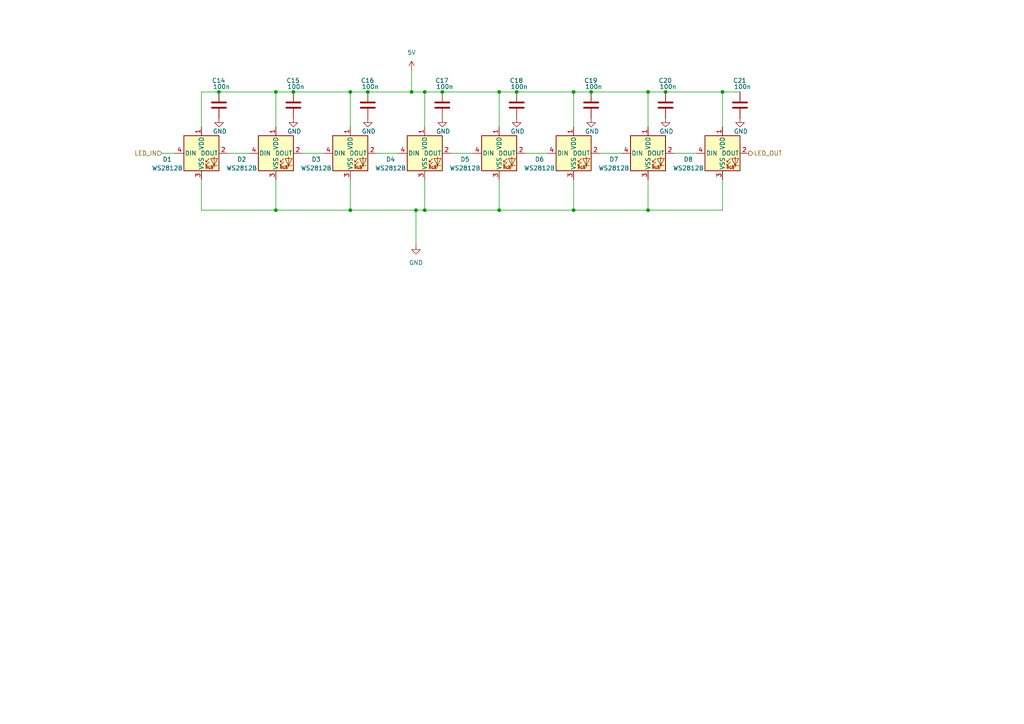
<source format=kicad_sch>
(kicad_sch (version 20250114) (generator "eeschema") (generator_version "9.0")
  (paper "A4")
  (lib_symbols
    (symbol "Device:C" (pin_numbers (hide yes)) (pin_names (offset 0.254))
      (property "Reference" "C" (at 0.635 2.54 0))
      (property "Value" "C" (at 0.635 -2.54 0))
      (symbol "C_0_1"
        (polyline (pts (xy -2.032 0.762) (xy 2.032 0.762)) (stroke (width 0.508)))
        (polyline (pts (xy -2.032 -0.762) (xy 2.032 -0.762)) (stroke (width 0.508)))
      )
      (symbol "C_1_1"
        (pin passive line (at 0 3.81 270) (length 2.794) (name "~") (number "1"))
        (pin passive line (at 0 -3.81 90) (length 2.794) (name "~") (number "2"))
      )
    )
    (symbol "LED:WS2812B" (pin_names (offset 0.254))
      (property "Reference" "D" (at 5.08 5.715 0))
      (property "Value" "WS2812B" (at 1.27 -5.715 0))
      (symbol "WS2812B_0_0"
        (text "RGB" (at 2.286 -4.191 0) (effects (font (size 0.762 0.762))))
      )
      (symbol "WS2812B_0_1"
        (polyline (pts (xy 1.27 -2.54) (xy 1.778 -2.54)))
        (polyline (pts (xy 1.27 -3.556) (xy 1.778 -3.556)))
        (polyline (pts (xy 2.286 -1.524) (xy 1.27 -2.54) (xy 1.27 -2.032)))
        (polyline (pts (xy 2.286 -2.54) (xy 1.27 -3.556) (xy 1.27 -3.048)))
        (polyline (pts (xy 3.683 -1.016) (xy 3.683 -3.556) (xy 3.683 -4.064)))
        (polyline (pts (xy 4.699 -1.524) (xy 2.667 -1.524) (xy 3.683 -3.556) (xy 4.699 -1.524)))
        (polyline (pts (xy 4.699 -3.556) (xy 2.667 -3.556)))
        (rectangle (start 5.08 5.08) (end -5.08 -5.08) (stroke (width 0.254)) (fill (type background)))
      )
      (symbol "WS2812B_1_1"
        (pin input line (at -7.62 0 0) (length 2.54) (name "DIN") (number "4"))
        (pin power_in line (at 0 7.62 270) (length 2.54) (name "VDD") (number "1"))
        (pin power_in line (at 0 -7.62 90) (length 2.54) (name "VSS") (number "3"))
        (pin output line (at 7.62 0 180) (length 2.54) (name "DOUT") (number "2"))
      )
    )
    (symbol "power:GND" (power) (pin_numbers (hide yes)) (pin_names (offset 0) (hide yes))
      (property "Value" "GND" (at 0 -3.81 0))
      (symbol "GND_0_1"
        (polyline (pts (xy 0 0) (xy 0 -1.27) (xy 1.27 -1.27) (xy 0 -2.54) (xy -1.27 -1.27) (xy 0 -1.27)))
      )
      (symbol "GND_1_1"
        (pin power_in line (at 0 0 270) (length 0) (name "~") (number "1"))
      )
    )
    (symbol "power:VCC" (power) (pin_numbers (hide yes)) (pin_names (offset 0) (hide yes))
      (property "Value" "VCC" (at 0 3.556 0))
      (symbol "VCC_0_1"
        (polyline (pts (xy -0.762 1.27) (xy 0 2.54)))
        (polyline (pts (xy 0 2.54) (xy 0.762 1.27)))
        (polyline (pts (xy 0 0) (xy 0 2.54)))
      )
      (symbol "VCC_1_1"
        (pin power_in line (at 0 0 90) (length 0) (name "~") (number "1"))
      )
    )
  )
  (junction (at 106.68 26.67))
  (junction (at 63.5 26.67))
  (junction (at 144.78 26.67))
  (junction (at 209.55 26.67))
  (junction (at 166.37 26.67))
  (junction (at 123.19 26.67))
  (junction (at 119.38 26.67))
  (junction (at 166.37 60.96))
  (junction (at 171.45 26.67))
  (junction (at 149.86 26.67))
  (junction (at 80.01 26.67))
  (junction (at 101.6 60.96))
  (junction (at 80.01 60.96))
  (junction (at 187.96 26.67))
  (junction (at 144.78 60.96))
  (junction (at 123.19 60.96))
  (junction (at 128.27 26.67))
  (junction (at 193.04 26.67))
  (junction (at 101.6 26.67))
  (junction (at 120.65 60.96))
  (junction (at 187.96 60.96))
  (junction (at 85.09 26.67))
  (wire (pts (xy 187.96 60.96) (xy 187.96 52.07)))
  (wire (pts (xy 123.19 26.67) (xy 119.38 26.67)))
  (wire (pts (xy 123.19 60.96) (xy 123.19 52.07)))
  (wire (pts (xy 144.78 60.96) (xy 144.78 52.07)))
  (wire (pts (xy 130.81 44.45) (xy 137.16 44.45)))
  (wire (pts (xy 171.45 26.67) (xy 187.96 26.67)))
  (wire (pts (xy 120.65 60.96) (xy 123.19 60.96)))
  (wire (pts (xy 80.01 60.96) (xy 80.01 52.07)))
  (wire (pts (xy 87.63 44.45) (xy 93.98 44.45)))
  (wire (pts (xy 123.19 60.96) (xy 144.78 60.96)))
  (wire (pts (xy 166.37 60.96) (xy 166.37 52.07)))
  (wire (pts (xy 187.96 26.67) (xy 187.96 36.83)))
  (wire (pts (xy 58.42 26.67) (xy 58.42 36.83)))
  (wire (pts (xy 173.99 44.45) (xy 180.34 44.45)))
  (wire (pts (xy 63.5 26.67) (xy 58.42 26.67)))
  (wire (pts (xy 80.01 26.67) (xy 63.5 26.67)))
  (wire (pts (xy 80.01 26.67) (xy 80.01 36.83)))
  (wire (pts (xy 85.09 26.67) (xy 80.01 26.67)))
  (wire (pts (xy 209.55 26.67) (xy 209.55 36.83)))
  (wire (pts (xy 152.4 44.45) (xy 158.75 44.45)))
  (wire (pts (xy 166.37 26.67) (xy 149.86 26.67)))
  (wire (pts (xy 101.6 60.96) (xy 101.6 52.07)))
  (wire (pts (xy 119.38 26.67) (xy 106.68 26.67)))
  (wire (pts (xy 128.27 26.67) (xy 123.19 26.67)))
  (wire (pts (xy 101.6 26.67) (xy 101.6 36.83)))
  (wire (pts (xy 209.55 60.96) (xy 209.55 52.07)))
  (wire (pts (xy 209.55 26.67) (xy 193.04 26.67)))
  (wire (pts (xy 46.99 44.45) (xy 50.8 44.45)))
  (wire (pts (xy 101.6 60.96) (xy 80.01 60.96)))
  (wire (pts (xy 144.78 60.96) (xy 166.37 60.96)))
  (wire (pts (xy 171.45 26.67) (xy 166.37 26.67)))
  (wire (pts (xy 166.37 26.67) (xy 166.37 36.83)))
  (wire (pts (xy 166.37 60.96) (xy 187.96 60.96)))
  (wire (pts (xy 149.86 26.67) (xy 144.78 26.67)))
  (wire (pts (xy 187.96 60.96) (xy 209.55 60.96)))
  (wire (pts (xy 109.22 44.45) (xy 115.57 44.45)))
  (wire (pts (xy 128.27 26.67) (xy 144.78 26.67)))
  (wire (pts (xy 80.01 60.96) (xy 58.42 60.96)))
  (wire (pts (xy 144.78 26.67) (xy 144.78 36.83)))
  (wire (pts (xy 101.6 26.67) (xy 85.09 26.67)))
  (wire (pts (xy 120.65 60.96) (xy 120.65 71.12)))
  (wire (pts (xy 58.42 60.96) (xy 58.42 52.07)))
  (wire (pts (xy 123.19 26.67) (xy 123.19 36.83)))
  (wire (pts (xy 106.68 26.67) (xy 101.6 26.67)))
  (wire (pts (xy 66.04 44.45) (xy 72.39 44.45)))
  (wire (pts (xy 120.65 60.96) (xy 101.6 60.96)))
  (wire (pts (xy 193.04 26.67) (xy 187.96 26.67)))
  (wire (pts (xy 195.58 44.45) (xy 201.93 44.45)))
  (wire (pts (xy 119.38 20.32) (xy 119.38 26.67)))
  (wire (pts (xy 214.63 26.67) (xy 209.55 26.67)))
  (hierarchical_label "LED_OUT" (shape output) (at 217.17 44.45 0))
  (hierarchical_label "LED_IN" (shape input) (at 46.99 44.45 180))
  (symbol (lib_id "power:GND") (at 193.04 34.29 0) (unit 1)
    (property "Reference" "#PWR035" (effects (hide yes)))
    (property "Value" "GND" (at 193.294 38.1 0))
    (property "Description" "Power symbol creates a global label with name \"GND\" , ground" (effects (hide yes)))
  )
  (symbol (lib_id "LED:WS2812B") (at 80.01 44.45 0) (unit 1)
    (property "Reference" "D2" (at 70.104 46.228 0))
    (property "Value" "WS2812B" (at 70.104 48.768 0))
    (property "Footprint" "LED_SMD:LED_WS2812B_PLCC4_5.0x5.0mm_P3.2mm" (effects (hide yes)))
    (property "Datasheet" "https://cdn-shop.adafruit.com/datasheets/WS2812B.pdf" (effects (hide yes)))
    (property "Description" "RGB LED with integrated controller" (effects (hide yes)))
  )
  (symbol (lib_id "LED:WS2812B") (at 166.37 44.45 0) (unit 1)
    (property "Reference" "D6" (at 156.464 46.228 0))
    (property "Value" "WS2812B" (at 156.464 48.768 0))
    (property "Footprint" "LED_SMD:LED_WS2812B_PLCC4_5.0x5.0mm_P3.2mm" (effects (hide yes)))
    (property "Datasheet" "https://cdn-shop.adafruit.com/datasheets/WS2812B.pdf" (effects (hide yes)))
    (property "Description" "RGB LED with integrated controller" (effects (hide yes)))
  )
  (symbol (lib_id "power:GND") (at 128.27 34.29 0) (unit 1)
    (property "Reference" "#PWR032" (effects (hide yes)))
    (property "Value" "GND" (at 128.524 38.1 0))
    (property "Description" "Power symbol creates a global label with name \"GND\" , ground" (effects (hide yes)))
  )
  (symbol (lib_id "Device:C") (at 128.27 30.48 0) (unit 1)
    (property "Reference" "C17" (at 126.238 23.368 0) (effects (justify left)))
    (property "Value" "100n" (at 126.492 25.146 0) (effects (justify left)))
    (property "Footprint" "Capacitor_SMD:C_0402_1005Metric_Pad0.74x0.62mm_HandSolder" (effects (hide yes)))
    (property "Description" "Unpolarized capacitor" (effects (hide yes)))
  )
  (symbol (lib_id "LED:WS2812B") (at 58.42 44.45 0) (unit 1)
    (property "Reference" "D1" (at 48.514 46.228 0))
    (property "Value" "WS2812B" (at 48.514 48.768 0))
    (property "Footprint" "LED_SMD:LED_WS2812B_PLCC4_5.0x5.0mm_P3.2mm" (effects (hide yes)))
    (property "Datasheet" "https://cdn-shop.adafruit.com/datasheets/WS2812B.pdf" (effects (hide yes)))
    (property "Description" "RGB LED with integrated controller" (effects (hide yes)))
  )
  (symbol (lib_id "power:GND") (at 63.5 34.29 0) (unit 1)
    (property "Reference" "#PWR029" (effects (hide yes)))
    (property "Value" "GND" (at 63.754 38.1 0))
    (property "Description" "Power symbol creates a global label with name \"GND\" , ground" (effects (hide yes)))
  )
  (symbol (lib_id "power:GND") (at 120.65 71.12 0) (unit 1)
    (property "Reference" "#PWR05" (effects (hide yes)))
    (property "Value" "GND" (at 120.65 76.2 0))
    (property "Description" "Power symbol creates a global label with name \"GND\" , ground" (effects (hide yes)))
  )
  (symbol (lib_id "power:VCC") (at 119.38 20.32 0) (unit 1)
    (property "Reference" "#PWR06" (effects (hide yes)))
    (property "Value" "5V" (at 119.38 15.24 0))
    (property "Description" "Power symbol creates a global label with name \"VCC\"" (effects (hide yes)))
  )
  (symbol (lib_id "Device:C") (at 85.09 30.48 0) (unit 1)
    (property "Reference" "C15" (at 83.058 23.368 0) (effects (justify left)))
    (property "Value" "100n" (at 83.312 25.146 0) (effects (justify left)))
    (property "Footprint" "Capacitor_SMD:C_0402_1005Metric_Pad0.74x0.62mm_HandSolder" (effects (hide yes)))
    (property "Description" "Unpolarized capacitor" (effects (hide yes)))
  )
  (symbol (lib_id "Device:C") (at 149.86 30.48 0) (unit 1)
    (property "Reference" "C18" (at 147.828 23.368 0) (effects (justify left)))
    (property "Value" "100n" (at 148.082 25.146 0) (effects (justify left)))
    (property "Footprint" "Capacitor_SMD:C_0402_1005Metric_Pad0.74x0.62mm_HandSolder" (effects (hide yes)))
    (property "Description" "Unpolarized capacitor" (effects (hide yes)))
  )
  (symbol (lib_id "power:GND") (at 149.86 34.29 0) (unit 1)
    (property "Reference" "#PWR033" (effects (hide yes)))
    (property "Value" "GND" (at 150.114 38.1 0))
    (property "Description" "Power symbol creates a global label with name \"GND\" , ground" (effects (hide yes)))
  )
  (symbol (lib_id "Device:C") (at 214.63 30.48 0) (unit 1)
    (property "Reference" "C21" (at 212.598 23.368 0) (effects (justify left)))
    (property "Value" "100n" (at 212.852 25.146 0) (effects (justify left)))
    (property "Footprint" "Capacitor_SMD:C_0402_1005Metric_Pad0.74x0.62mm_HandSolder" (effects (hide yes)))
    (property "Description" "Unpolarized capacitor" (effects (hide yes)))
  )
  (symbol (lib_id "power:GND") (at 85.09 34.29 0) (unit 1)
    (property "Reference" "#PWR030" (effects (hide yes)))
    (property "Value" "GND" (at 85.344 38.1 0))
    (property "Description" "Power symbol creates a global label with name \"GND\" , ground" (effects (hide yes)))
  )
  (symbol (lib_id "Device:C") (at 63.5 30.48 0) (unit 1)
    (property "Reference" "C14" (at 61.468 23.368 0) (effects (justify left)))
    (property "Value" "100n" (at 61.722 25.146 0) (effects (justify left)))
    (property "Footprint" "Capacitor_SMD:C_0402_1005Metric_Pad0.74x0.62mm_HandSolder" (effects (hide yes)))
    (property "Description" "Unpolarized capacitor" (effects (hide yes)))
  )
  (symbol (lib_id "Device:C") (at 193.04 30.48 0) (unit 1)
    (property "Reference" "C20" (at 191.008 23.368 0) (effects (justify left)))
    (property "Value" "100n" (at 191.262 25.146 0) (effects (justify left)))
    (property "Footprint" "Capacitor_SMD:C_0402_1005Metric_Pad0.74x0.62mm_HandSolder" (effects (hide yes)))
    (property "Description" "Unpolarized capacitor" (effects (hide yes)))
  )
  (symbol (lib_id "power:GND") (at 106.68 34.29 0) (unit 1)
    (property "Reference" "#PWR031" (effects (hide yes)))
    (property "Value" "GND" (at 106.934 38.1 0))
    (property "Description" "Power symbol creates a global label with name \"GND\" , ground" (effects (hide yes)))
  )
  (symbol (lib_id "LED:WS2812B") (at 209.55 44.45 0) (unit 1)
    (property "Reference" "D8" (at 199.644 46.228 0))
    (property "Value" "WS2812B" (at 199.644 48.768 0))
    (property "Footprint" "LED_SMD:LED_WS2812B_PLCC4_5.0x5.0mm_P3.2mm" (effects (hide yes)))
    (property "Datasheet" "https://cdn-shop.adafruit.com/datasheets/WS2812B.pdf" (effects (hide yes)))
    (property "Description" "RGB LED with integrated controller" (effects (hide yes)))
  )
  (symbol (lib_id "Device:C") (at 106.68 30.48 0) (unit 1)
    (property "Reference" "C16" (at 104.648 23.368 0) (effects (justify left)))
    (property "Value" "100n" (at 104.902 25.146 0) (effects (justify left)))
    (property "Footprint" "Capacitor_SMD:C_0402_1005Metric_Pad0.74x0.62mm_HandSolder" (effects (hide yes)))
    (property "Description" "Unpolarized capacitor" (effects (hide yes)))
  )
  (symbol (lib_id "LED:WS2812B") (at 101.6 44.45 0) (unit 1)
    (property "Reference" "D3" (at 91.694 46.228 0))
    (property "Value" "WS2812B" (at 91.694 48.768 0))
    (property "Footprint" "LED_SMD:LED_WS2812B_PLCC4_5.0x5.0mm_P3.2mm" (effects (hide yes)))
    (property "Datasheet" "https://cdn-shop.adafruit.com/datasheets/WS2812B.pdf" (effects (hide yes)))
    (property "Description" "RGB LED with integrated controller" (effects (hide yes)))
  )
  (symbol (lib_id "LED:WS2812B") (at 187.96 44.45 0) (unit 1)
    (property "Reference" "D7" (at 178.054 46.228 0))
    (property "Value" "WS2812B" (at 178.054 48.768 0))
    (property "Footprint" "LED_SMD:LED_WS2812B_PLCC4_5.0x5.0mm_P3.2mm" (effects (hide yes)))
    (property "Datasheet" "https://cdn-shop.adafruit.com/datasheets/WS2812B.pdf" (effects (hide yes)))
    (property "Description" "RGB LED with integrated controller" (effects (hide yes)))
  )
  (symbol (lib_id "LED:WS2812B") (at 144.78 44.45 0) (unit 1)
    (property "Reference" "D5" (at 134.874 46.228 0))
    (property "Value" "WS2812B" (at 134.874 48.768 0))
    (property "Footprint" "LED_SMD:LED_WS2812B_PLCC4_5.0x5.0mm_P3.2mm" (effects (hide yes)))
    (property "Datasheet" "https://cdn-shop.adafruit.com/datasheets/WS2812B.pdf" (effects (hide yes)))
    (property "Description" "RGB LED with integrated controller" (effects (hide yes)))
  )
  (symbol (lib_id "power:GND") (at 171.45 34.29 0) (unit 1)
    (property "Reference" "#PWR034" (effects (hide yes)))
    (property "Value" "GND" (at 171.704 38.1 0))
    (property "Description" "Power symbol creates a global label with name \"GND\" , ground" (effects (hide yes)))
  )
  (symbol (lib_id "power:GND") (at 214.63 34.29 0) (unit 1)
    (property "Reference" "#PWR036" (effects (hide yes)))
    (property "Value" "GND" (at 214.884 38.1 0))
    (property "Description" "Power symbol creates a global label with name \"GND\" , ground" (effects (hide yes)))
  )
  (symbol (lib_id "LED:WS2812B") (at 123.19 44.45 0) (unit 1)
    (property "Reference" "D4" (at 113.284 46.228 0))
    (property "Value" "WS2812B" (at 113.284 48.768 0))
    (property "Footprint" "LED_SMD:LED_WS2812B_PLCC4_5.0x5.0mm_P3.2mm" (effects (hide yes)))
    (property "Datasheet" "https://cdn-shop.adafruit.com/datasheets/WS2812B.pdf" (effects (hide yes)))
    (property "Description" "RGB LED with integrated controller" (effects (hide yes)))
  )
  (symbol (lib_id "Device:C") (at 171.45 30.48 0) (unit 1)
    (property "Reference" "C19" (at 169.418 23.368 0) (effects (justify left)))
    (property "Value" "100n" (at 169.672 25.146 0) (effects (justify left)))
    (property "Footprint" "Capacitor_SMD:C_0402_1005Metric_Pad0.74x0.62mm_HandSolder" (effects (hide yes)))
    (property "Description" "Unpolarized capacitor" (effects (hide yes)))
  )
)
</source>
